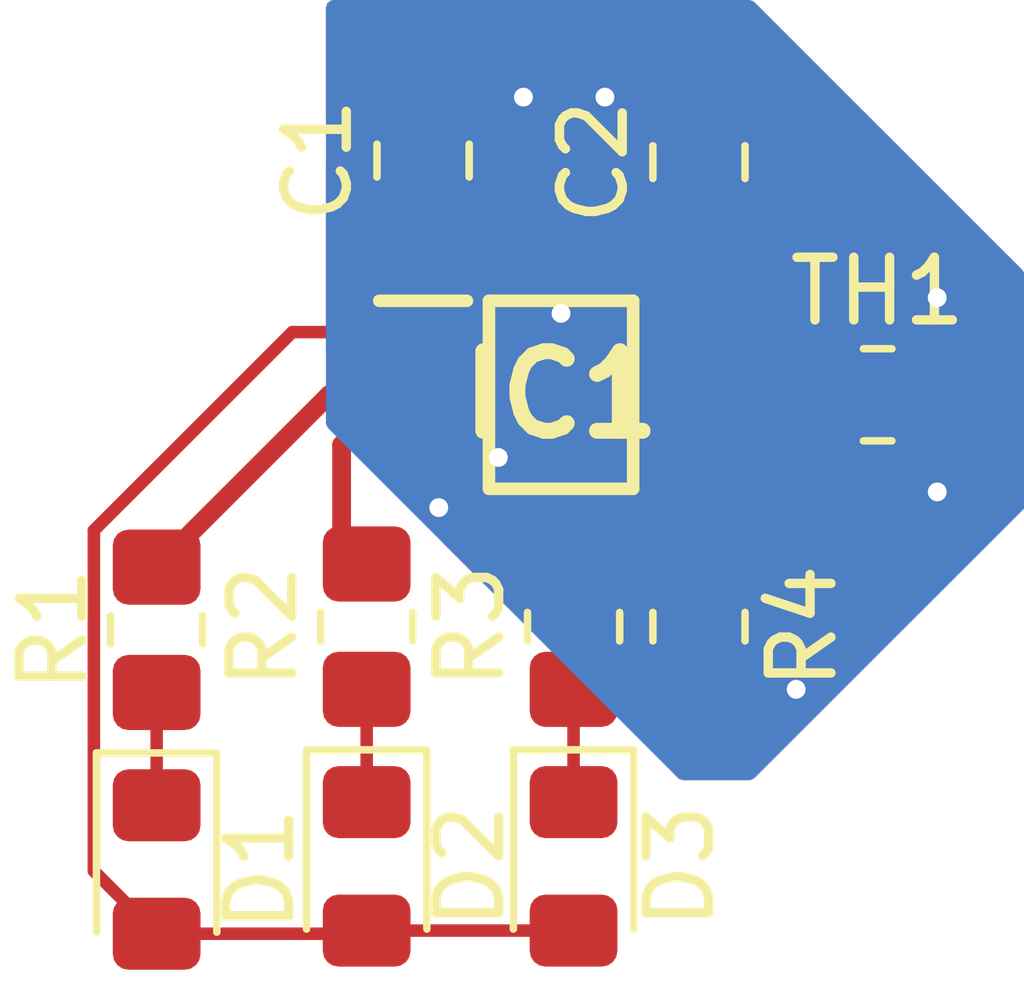
<source format=kicad_pcb>
(kicad_pcb (version 20241229) (generator "pcbnew") (generator_version "9.0")
  (layers (0 "F.Cu" signal) (2 "B.Cu" signal) (13 "F.Paste" user) (15 "B.Paste" user) (5 "F.SilkS" user "F.Silkscreen") (7 "B.SilkS" user "B.Silkscreen") (1 "F.Mask" user) (3 "B.Mask" user) (25 "Edge.Cuts" user))
  (net 0 "")
  (net 1 "+5V")
  (net 2 "GND")
  (net 3 "Bat+")
  (net 4 "Net-(D1-K)")
  (net 5 "Net-(D2-K)")
  (net 6 "Net-(D3-K)")
  (net 7 "Net-(IC1-~{_PG(TE)})")
  (net 8 "Net-(IC1-PROG)")
  (net 9 "Net-(IC1-THERM)")
  (net 10 "Net-(IC1-STAT1)")
  (net 11 "Net-(IC1-STAT2)")
  (footprint "Resistor_SMD:R_0805_2012Metric_Pad1.20x1.40mm_HandSolder" (layer "F.Cu") (at 180.05 88.55 -90)
    (property "Reference" "R4" (at 0 -1.65 90) (layer "F.SilkS"))
    (property "Value" "4k7" (hide yes))
    (fp_line (start -0.227064 0.735) (end 0.227064 0.735) (stroke (width 0.12)) (layer "F.SilkS"))
    (fp_line (start -0.227064 -0.735) (end 0.227064 -0.735) (stroke (width 0.12)) (layer "F.SilkS"))
    (pad "1" smd roundrect (at -1 0 270) (size 1.2 1.4) (layers "F.Cu" "F.Mask" "F.Paste") (roundrect_rratio 0.208333) (net 8 "Net-(IC1-PROG)"))
    (pad "2" smd roundrect (at 1 0 270) (size 1.2 1.4) (layers "F.Cu" "F.Mask" "F.Paste") (roundrect_rratio 0.208333) (net 2 "GND"))
  )
  (footprint "Resistor_SMD:R_0805_2012Metric_Pad1.20x1.40mm_HandSolder" (layer "F.Cu") (at 171.4 88.6 90)
    (property "Reference" "R1" (at 0 -1.65 90) (layer "F.SilkS"))
    (property "Value" "470" (hide yes))
    (fp_line (start -0.227064 -0.735) (end 0.227064 -0.735) (stroke (width 0.12)) (layer "F.SilkS"))
    (fp_line (start -0.227064 0.735) (end 0.227064 0.735) (stroke (width 0.12)) (layer "F.SilkS"))
    (pad "1" smd roundrect (at -1 0 90) (size 1.2 1.4) (layers "F.Cu" "F.Mask" "F.Paste") (roundrect_rratio 0.208333) (net 4 "Net-(D1-K)"))
    (pad "2" smd roundrect (at 1 0 90) (size 1.2 1.4) (layers "F.Cu" "F.Mask" "F.Paste") (roundrect_rratio 0.208333) (net 10 "Net-(IC1-STAT1)"))
  )
  (footprint "LED_SMD:LED_0805_2012Metric_Pad1.15x1.40mm_HandSolder" (layer "F.Cu") (at 171.4 92.425 -90)
    (property "Reference" "D1" (at 0 -1.65 90) (layer "F.SilkS"))
    (property "Value" "LED" (hide yes))
    (fp_line (start -1.86 0.96) (end 1 0.96) (stroke (width 0.12)) (layer "F.SilkS"))
    (fp_line (start -1.86 -0.96) (end -1.86 0.96) (stroke (width 0.12)) (layer "F.SilkS"))
    (fp_line (start 1 -0.96) (end -1.86 -0.96) (stroke (width 0.12)) (layer "F.SilkS"))
    (pad "1" smd roundrect (at -1.025 0 270) (size 1.15 1.4) (layers "F.Cu" "F.Mask" "F.Paste") (roundrect_rratio 0.217391) (net 4 "Net-(D1-K)"))
    (pad "2" smd roundrect (at 1.025 0 270) (size 1.15 1.4) (layers "F.Cu" "F.Mask" "F.Paste") (roundrect_rratio 0.217391) (net 1 "+5V"))
  )
  (footprint "LED_SMD:LED_0805_2012Metric_Pad1.15x1.40mm_HandSolder" (layer "F.Cu") (at 178.05 92.375 -90)
    (property "Reference" "D3" (at 0 -1.7 90) (layer "F.SilkS"))
    (property "Value" "LED" (hide yes))
    (fp_line (start -1.86 0.96) (end 1 0.96) (stroke (width 0.12)) (layer "F.SilkS"))
    (fp_line (start -1.86 -0.96) (end -1.86 0.96) (stroke (width 0.12)) (layer "F.SilkS"))
    (fp_line (start 1 -0.96) (end -1.86 -0.96) (stroke (width 0.12)) (layer "F.SilkS"))
    (pad "1" smd roundrect (at -1.025 0 270) (size 1.15 1.4) (layers "F.Cu" "F.Mask" "F.Paste") (roundrect_rratio 0.217391) (net 6 "Net-(D3-K)"))
    (pad "2" smd roundrect (at 1.025 0 270) (size 1.15 1.4) (layers "F.Cu" "F.Mask" "F.Paste") (roundrect_rratio 0.217391) (net 1 "+5V"))
  )
  (footprint "Resistor_SMD:R_0805_2012Metric_Pad1.20x1.40mm_HandSolder" (layer "F.Cu") (at 178.05 88.55 90)
    (property "Reference" "R3" (at 0 -1.65 90) (layer "F.SilkS"))
    (property "Value" "470" (hide yes))
    (fp_line (start -0.227064 -0.735) (end 0.227064 -0.735) (stroke (width 0.12)) (layer "F.SilkS"))
    (fp_line (start -0.227064 0.735) (end 0.227064 0.735) (stroke (width 0.12)) (layer "F.SilkS"))
    (pad "1" smd roundrect (at -1 0 90) (size 1.2 1.4) (layers "F.Cu" "F.Mask" "F.Paste") (roundrect_rratio 0.208333) (net 6 "Net-(D3-K)"))
    (pad "2" smd roundrect (at 1 0 90) (size 1.2 1.4) (layers "F.Cu" "F.Mask" "F.Paste") (roundrect_rratio 0.208333) (net 7 "Net-(IC1-~{_PG(TE)})"))
  )
  (footprint "Resistor_SMD:R_0805_2012Metric_Pad1.20x1.40mm_HandSolder" (layer "F.Cu") (at 174.75 88.55 90)
    (property "Reference" "R2" (at 0 -1.65 90) (layer "F.SilkS"))
    (property "Value" "470" (hide yes))
    (fp_line (start -0.227064 -0.735) (end 0.227064 -0.735) (stroke (width 0.12)) (layer "F.SilkS"))
    (fp_line (start -0.227064 0.735) (end 0.227064 0.735) (stroke (width 0.12)) (layer "F.SilkS"))
    (pad "1" smd roundrect (at -1 0 90) (size 1.2 1.4) (layers "F.Cu" "F.Mask" "F.Paste") (roundrect_rratio 0.208333) (net 5 "Net-(D2-K)"))
    (pad "2" smd roundrect (at 1 0 90) (size 1.2 1.4) (layers "F.Cu" "F.Mask" "F.Paste") (roundrect_rratio 0.208333) (net 11 "Net-(IC1-STAT2)"))
  )
  (footprint "Capacitor_SMD:C_0805_2012Metric_Pad1.18x1.45mm_HandSolder" (layer "F.Cu") (at 180.05 81.1375 90)
    (property "Reference" "C2" (at 0 -1.68 90) (layer "F.SilkS"))
    (property "Value" "1uF" (hide yes))
    (fp_line (start -0.261252 -0.735) (end 0.261252 -0.735) (stroke (width 0.12)) (layer "F.SilkS"))
    (fp_line (start -0.261252 0.735) (end 0.261252 0.735) (stroke (width 0.12)) (layer "F.SilkS"))
    (pad "1" smd roundrect (at -1.0375 0 90) (size 1.175 1.45) (layers "F.Cu" "F.Mask" "F.Paste") (roundrect_rratio 0.212766) (net 3 "Bat+"))
    (pad "2" smd roundrect (at 1.0375 0 90) (size 1.175 1.45) (layers "F.Cu" "F.Mask" "F.Paste") (roundrect_rratio 0.212766) (net 2 "GND"))
  )
  (footprint "Resistor_SMD:R_0805_2012Metric_Pad1.20x1.40mm_HandSolder" (layer "F.Cu") (at 182.9 84.85)
    (property "Reference" "TH1" (at 0 -1.65 0) (layer "F.SilkS"))
    (property "Value" "Thermistor_NTC" (hide yes))
    (fp_line (start -0.227064 -0.735) (end 0.227064 -0.735) (stroke (width 0.12)) (layer "F.SilkS"))
    (fp_line (start -0.227064 0.735) (end 0.227064 0.735) (stroke (width 0.12)) (layer "F.SilkS"))
    (pad "1" smd roundrect (at -1 0) (size 1.2 1.4) (layers "F.Cu" "F.Mask" "F.Paste") (roundrect_rratio 0.208333) (net 9 "Net-(IC1-THERM)"))
    (pad "2" smd roundrect (at 1 0) (size 1.2 1.4) (layers "F.Cu" "F.Mask" "F.Paste") (roundrect_rratio 0.208333) (net 2 "GND"))
  )
  (footprint "LED_SMD:LED_0805_2012Metric_Pad1.15x1.40mm_HandSolder" (layer "F.Cu") (at 174.75 92.375 -90)
    (property "Reference" "D2" (at 0 -1.65 90) (layer "F.SilkS"))
    (property "Value" "LED" (hide yes))
    (fp_line (start -1.86 0.96) (end 1 0.96) (stroke (width 0.12)) (layer "F.SilkS"))
    (fp_line (start -1.86 -0.96) (end -1.86 0.96) (stroke (width 0.12)) (layer "F.SilkS"))
    (fp_line (start 1 -0.96) (end -1.86 -0.96) (stroke (width 0.12)) (layer "F.SilkS"))
    (pad "1" smd roundrect (at -1.025 0 270) (size 1.15 1.4) (layers "F.Cu" "F.Mask" "F.Paste") (roundrect_rratio 0.217391) (net 5 "Net-(D2-K)"))
    (pad "2" smd roundrect (at 1.025 0 270) (size 1.15 1.4) (layers "F.Cu" "F.Mask" "F.Paste") (roundrect_rratio 0.217391) (net 1 "+5V"))
  )
  (footprint "Capacitor_SMD:C_0805_2012Metric_Pad1.18x1.45mm_HandSolder" (layer "F.Cu") (at 175.65 81.1125 90)
    (property "Reference" "C1" (at 0 -1.68 90) (layer "F.SilkS"))
    (property "Value" "1uF" (hide yes))
    (fp_line (start -0.261252 -0.735) (end 0.261252 -0.735) (stroke (width 0.12)) (layer "F.SilkS"))
    (fp_line (start -0.261252 0.735) (end 0.261252 0.735) (stroke (width 0.12)) (layer "F.SilkS"))
    (pad "1" smd roundrect (at -1.0375 0 90) (size 1.175 1.45) (layers "F.Cu" "F.Mask" "F.Paste") (roundrect_rratio 0.212766) (net 1 "+5V"))
    (pad "2" smd roundrect (at 1.0375 0 90) (size 1.175 1.45) (layers "F.Cu" "F.Mask" "F.Paste") (roundrect_rratio 0.212766) (net 2 "GND"))
  )
  (footprint "Samacsys:SOP50P490X110-10N" (layer "F.Cu") (at 177.85 84.85)
    (property "Reference" "IC1" (at 0 0 0) (layer "F.SilkS") (effects (font (size 1.27 1.27) (thickness 0.254))))
    (property "Value" "MCP73834-FCI_UN" (hide yes))
    (fp_line (start -2.9 -1.5) (end -1.5 -1.5) (stroke (width 0.2)) (layer "F.SilkS"))
    (fp_line (start -1.15 -1.5) (end 1.15 -1.5) (stroke (width 0.2)) (layer "F.SilkS"))
    (fp_line (start -1.15 1.5) (end -1.15 -1.5) (stroke (width 0.2)) (layer "F.SilkS"))
    (fp_line (start 1.15 -1.5) (end 1.15 1.5) (stroke (width 0.2)) (layer "F.SilkS"))
    (fp_line (start 1.15 1.5) (end -1.15 1.5) (stroke (width 0.2)) (layer "F.SilkS"))
    (pad "1" smd rect (at -2.2 -1 90) (size 0.3 1.4) (layers "F.Cu" "F.Mask" "F.Paste") (net 1 "+5V"))
    (pad "2" smd rect (at -2.2 -0.5 90) (size 0.3 1.4) (layers "F.Cu" "F.Mask" "F.Paste") (net 1 "+5V"))
    (pad "3" smd rect (at -2.2 0 90) (size 0.3 1.4) (layers "F.Cu" "F.Mask" "F.Paste") (net 10 "Net-(IC1-STAT1)"))
    (pad "4" smd rect (at -2.2 0.5 90) (size 0.3 1.4) (layers "F.Cu" "F.Mask" "F.Paste") (net 11 "Net-(IC1-STAT2)"))
    (pad "5" smd rect (at -2.2 1 90) (size 0.3 1.4) (layers "F.Cu" "F.Mask" "F.Paste") (net 2 "GND"))
    (pad "6" smd rect (at 2.2 1 90) (size 0.3 1.4) (layers "F.Cu" "F.Mask" "F.Paste") (net 8 "Net-(IC1-PROG)"))
    (pad "7" smd rect (at 2.2 0.5 90) (size 0.3 1.4) (layers "F.Cu" "F.Mask" "F.Paste") (net 7 "Net-(IC1-~{_PG(TE)})"))
    (pad "8" smd rect (at 2.2 0 90) (size 0.3 1.4) (layers "F.Cu" "F.Mask" "F.Paste") (net 9 "Net-(IC1-THERM)"))
    (pad "9" smd rect (at 2.2 -0.5 90) (size 0.3 1.4) (layers "F.Cu" "F.Mask" "F.Paste") (net 3 "Bat+"))
    (pad "10" smd rect (at 2.2 -1 90) (size 0.3 1.4) (layers "F.Cu" "F.Mask" "F.Paste") (net 3 "Bat+"))
  )
  (segment (start 174.7 93.45) (end 174.75 93.4) (width 0.2) (layer "F.Cu") (net 1))
  (segment (start 178.05 93.4) (end 174.75 93.4) (width 0.2) (layer "F.Cu") (net 1))
  (segment (start 173.56384 83.85) (end 170.399 87.01484) (width 0.2) (layer "F.Cu") (net 1))
  (segment (start 175.65 83.85) (end 175.65 84.35) (width 0.2) (layer "F.Cu") (net 1))
  (segment (start 171.4 93.45) (end 174.7 93.45) (width 0.2) (layer "F.Cu") (net 1))
  (segment (start 175.65 83.85) (end 173.56384 83.85) (width 0.2) (layer "F.Cu") (net 1))
  (segment (start 170.399 92.449) (end 171.4 93.45) (width 0.2) (layer "F.Cu") (net 1))
  (segment (start 170.399 87.01484) (end 170.399 92.449) (width 0.2) (layer "F.Cu") (net 1))
  (segment (start 175.65 85.85) (end 175.65 86.4) (width 0.2) (layer "F.Cu") (net 2))
  (segment (start 175.65 85.85) (end 176.85 85.85) (width 0.2) (layer "F.Cu") (net 2))
  (segment (start 175.65 86.4) (end 175.9 86.65) (width 0.2) (layer "F.Cu") (net 2))
  (via (at 183.85 86.4) (size 0.6) (drill 0.3) (layers "F.Cu" "B.Cu") (net 2))
  (via (at 177.85 83.55) (size 0.6) (drill 0.3) (layers "F.Cu" "B.Cu") (net 2))
  (via (at 181.6 89.55) (size 0.6) (drill 0.3) (layers "F.Cu" "B.Cu") (net 2))
  (via (at 177.25 80.1) (size 0.6) (drill 0.3) (layers "F.Cu" "B.Cu") (net 2))
  (via (at 183.85 83.3) (size 0.6) (drill 0.3) (layers "F.Cu" "B.Cu") (net 2))
  (via (at 178.55 80.1) (size 0.6) (drill 0.3) (layers "F.Cu" "B.Cu") (net 2))
  (via (at 175.9 86.65) (size 0.6) (drill 0.3) (layers "F.Cu" "B.Cu") (net 2))
  (via (at 176.85 85.85) (size 0.6) (drill 0.3) (layers "F.Cu" "B.Cu") (net 2))
  (segment (start 180.05 84.35) (end 180.05 83.85) (width 0.2) (layer "F.Cu") (net 3))
  (segment (start 171.4 91.4) (end 171.4 89.6) (width 0.2) (layer "F.Cu") (net 4))
  (segment (start 174.75 91.35) (end 174.75 89.55) (width 0.2) (layer "F.Cu") (net 5))
  (segment (start 178.05 91.35) (end 178.05 89.55) (width 0.2) (layer "F.Cu") (net 6))
  (segment (start 178.05 87.55) (end 178.05 86.398) (width 0.3) (layer "F.Cu") (net 7))
  (segment (start 179.098 85.35) (end 180.05 85.35) (width 0.3) (layer "F.Cu") (net 7))
  (segment (start 178.05 86.398) (end 179.098 85.35) (width 0.3) (layer "F.Cu") (net 7))
  (segment (start 180.05 87.55) (end 180.05 85.85) (width 0.2) (layer "F.Cu") (net 8))
  (segment (start 181.9 84.85) (end 180.05 84.85) (width 0.3) (layer "F.Cu") (net 9))
  (segment (start 174.15 84.85) (end 175.65 84.85) (width 0.3) (layer "F.Cu") (net 10))
  (segment (start 171.4 87.6) (end 174.15 84.85) (width 0.3) (layer "F.Cu") (net 10))
  (segment (start 174.35 85.65) (end 174.35 87.15) (width 0.3) (layer "F.Cu") (net 11))
  (segment (start 174.35 87.15) (end 174.75 87.55) (width 0.3) (layer "F.Cu") (net 11))
  (segment (start 174.65 85.35) (end 174.35 85.65) (width 0.3) (layer "F.Cu") (net 11))
  (segment (start 175.65 85.35) (end 174.65 85.35) (width 0.3) (layer "F.Cu") (net 11))
  (zone (net 3) (net_name "Bat+") (layer "F.Cu") (priority 1) (connect_pads (clearance 0.5)) (min_thickness 0.25) (fill yes (thermal_gap 0.5) (thermal_bridge_width 0.5))
    (polygon (pts (xy 178.55 81.15) (xy 181.6 81.15) (xy 181.6 84.4) (xy 178.55 84.4) (xy 178.55 84.4)))
  )
  (zone (net 1) (net_name "+5V") (layer "F.Cu") (priority 1) (connect_pads (clearance 0.5)) (min_thickness 0.25) (fill yes (thermal_gap 0.5) (thermal_bridge_width 0.5))
    (polygon (pts (xy 174.1 81.05) (xy 177.15 81.05) (xy 177.15 84.3) (xy 174.1 84.3) (xy 174.1 84.3)))
  )
  (zone (net 2) (net_name "GND") (layers "F.Cu" "B.Cu") (connect_pads (clearance 0.5)) (min_thickness 0.25) (fill yes (thermal_gap 0.5) (thermal_bridge_width 0.5))
    (polygon (pts (xy 174.1 78.55) (xy 180.9 78.55) (xy 185.25 82.9) (xy 185.25 86.65) (xy 180.9 91) (xy 179.75 91) (xy 174.1 85.35)))
  )
)
</source>
